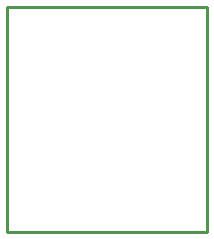
<source format=gko>
G04 Layer: BoardOutline*
G04 EasyEDA v6.4.7, 2020-11-02T22:22:41--5:00*
G04 f05881e945704cecbeccc323a2f2ae3c,b7756ed7ca0c4192a86fef36f494ae1e,NaN*
G04 Gerber Generator version 0.2*
G04 Scale: 100 percent, Rotated: No, Reflected: No *
G04 Dimensions in millimeters *
G04 leading zeros omitted , absolute positions ,3 integer and 3 decimal *
%FSLAX33Y33*%
%MOMM*%
G90*
D02*

%ADD10C,0.254000*%
G54D10*
G01X0Y18999D02*
G01X16999Y18999D01*
G01X16999Y0D01*
G01X0Y0D01*
G01X0Y18999D01*

%LPD*%
M00*
M02*

</source>
